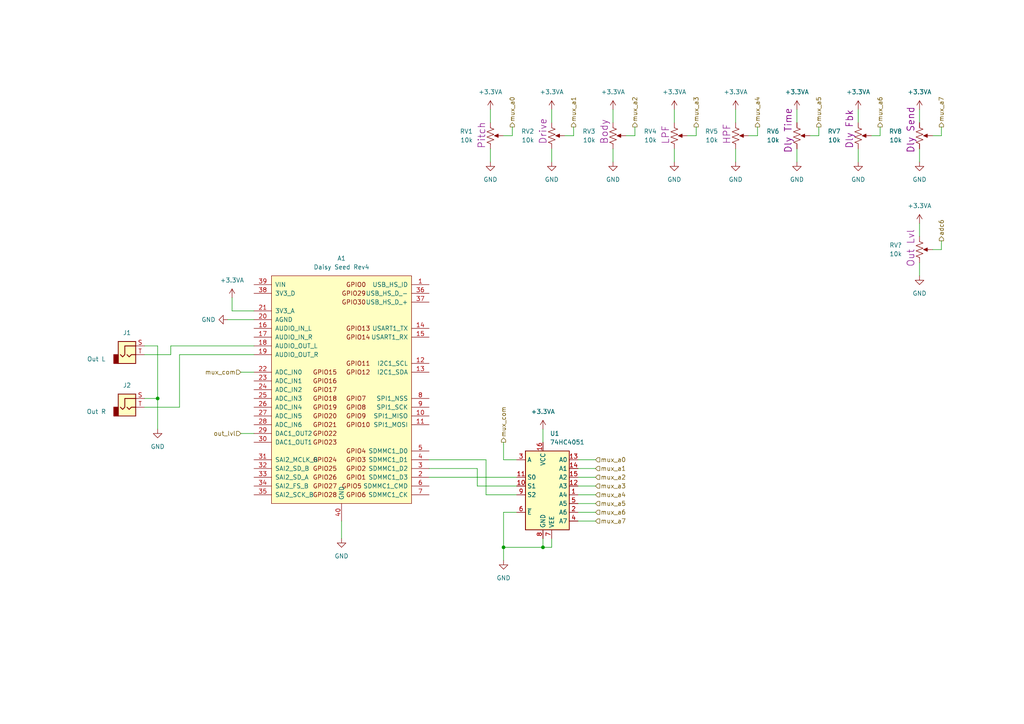
<source format=kicad_sch>
(kicad_sch (version 20211123) (generator eeschema)
  (paper "A4")
  (lib_symbols
    (symbol "74xx:74HC4051"
      (property "Reference" "U" (at -5.08 11.43 0))
      (property "Value" "74HC4051" (at -7.62 -13.97 0))
      (symbol "74HC4051_0_1"
        (rectangle (start -5.08 10.16) (end 7.62 -12.7) (stroke (width 0.254)) (fill (type background)))
      )
      (symbol "74HC4051_1_1"
        (pin passive line (at 10.16 -2.54 180) (length 2.54) (name "A4") (number "1"))
        (pin input line (at -7.62 0 0) (length 2.54) (name "S1") (number "10"))
        (pin input line (at -7.62 2.54 0) (length 2.54) (name "S0") (number "11"))
        (pin passive line (at 10.16 0 180) (length 2.54) (name "A3") (number "12"))
        (pin passive line (at 10.16 7.62 180) (length 2.54) (name "A0") (number "13"))
        (pin passive line (at 10.16 5.08 180) (length 2.54) (name "A1") (number "14"))
        (pin passive line (at 10.16 2.54 180) (length 2.54) (name "A2") (number "15"))
        (pin power_in line (at 0 12.7 270) (length 2.54) (name "VCC") (number "16"))
        (pin passive line (at 10.16 -7.62 180) (length 2.54) (name "A6") (number "2"))
        (pin passive line (at -7.62 7.62 0) (length 2.54) (name "A") (number "3"))
        (pin passive line (at 10.16 -10.16 180) (length 2.54) (name "A7") (number "4"))
        (pin passive line (at 10.16 -5.08 180) (length 2.54) (name "A5") (number "5"))
        (pin input line (at -7.62 -7.62 0) (length 2.54) (name "~{E}") (number "6"))
        (pin power_in line (at 2.54 -15.24 90) (length 2.54) (name "VEE") (number "7"))
        (pin power_in line (at 0 -15.24 90) (length 2.54) (name "GND") (number "8"))
        (pin input line (at -7.62 -2.54 0) (length 2.54) (name "S2") (number "9"))
      )
    )
    (symbol "Connector:AudioJack2"
      (property "Reference" "J" (at 0 8.89 0))
      (property "Value" "AudioJack2" (at 0 6.35 0))
      (symbol "AudioJack2_0_1"
        (rectangle (start -3.81 0) (end -2.54 -2.54) (stroke (width 0.254)) (fill (type outline)))
        (rectangle (start -2.54 3.81) (end 2.54 -2.54) (stroke (width 0.254)) (fill (type background)))
        (polyline (pts (xy 0 0) (xy 0.635 -0.635) (xy 1.27 0) (xy 2.54 0)) (stroke (width 0.254)))
        (polyline (pts (xy 2.54 2.54) (xy -0.635 2.54) (xy -0.635 0) (xy -1.27 -0.635) (xy -1.905 0)) (stroke (width 0.254)))
      )
      (symbol "AudioJack2_1_1"
        (pin passive line (at 5.08 2.54 180) (length 2.54) (name "~") (number "S"))
        (pin passive line (at 5.08 0 180) (length 2.54) (name "~") (number "T"))
      )
    )
    (symbol "Electrosmith:Daisy_Seed_ADC_Ins" (pin_names (offset 1.016))
      (property "Reference" "A" (at -20.32 34.29 0))
      (property "Value" "Daisy_Seed_ADC_Ins" (at 20.32 36.83 0))
      (symbol "Daisy_Seed_ADC_Ins_0_0"
        (text "GPIO0" (at 1.27 30.48 0) (effects (font (size 1.27 1.27)) (justify left)))
        (text "GPIO1" (at 1.27 -25.4 0) (effects (font (size 1.27 1.27)) (justify left)))
        (text "GPIO10" (at 1.27 -10.16 0) (effects (font (size 1.27 1.27)) (justify left)))
        (text "GPIO11" (at 1.27 7.62 0) (effects (font (size 1.27 1.27)) (justify left)))
        (text "GPIO12" (at 1.27 5.08 0) (effects (font (size 1.27 1.27)) (justify left)))
        (text "GPIO13" (at 1.27 17.78 0) (effects (font (size 1.27 1.27)) (justify left)))
        (text "GPIO14" (at 1.27 15.24 0) (effects (font (size 1.27 1.27)) (justify left)))
        (text "GPIO15" (at -1.27 5.08 0) (effects (font (size 1.27 1.27)) (justify right)))
        (text "GPIO16" (at -1.27 2.54 0) (effects (font (size 1.27 1.27)) (justify right)))
        (text "GPIO17" (at -1.27 0 0) (effects (font (size 1.27 1.27)) (justify right)))
        (text "GPIO18" (at -1.27 -2.54 0) (effects (font (size 1.27 1.27)) (justify right)))
        (text "GPIO19" (at -1.27 -5.08 0) (effects (font (size 1.27 1.27)) (justify right)))
        (text "GPIO2" (at 1.27 -22.86 0) (effects (font (size 1.27 1.27)) (justify left)))
        (text "GPIO20" (at -1.27 -7.62 0) (effects (font (size 1.27 1.27)) (justify right)))
        (text "GPIO21" (at -1.27 -10.16 0) (effects (font (size 1.27 1.27)) (justify right)))
        (text "GPIO22" (at -1.27 -12.7 0) (effects (font (size 1.27 1.27)) (justify right)))
        (text "GPIO23" (at -1.27 -15.24 0) (effects (font (size 1.27 1.27)) (justify right)))
        (text "GPIO24" (at -1.27 -20.32 0) (effects (font (size 1.27 1.27)) (justify right)))
        (text "GPIO25" (at -1.27 -22.86 0) (effects (font (size 1.27 1.27)) (justify right)))
        (text "GPIO26" (at -1.27 -25.4 0) (effects (font (size 1.27 1.27)) (justify right)))
        (text "GPIO27" (at -1.27 -27.94 0) (effects (font (size 1.27 1.27)) (justify right)))
        (text "GPIO28" (at -1.27 -30.48 0) (effects (font (size 1.27 1.27)) (justify right)))
        (text "GPIO29" (at 0 27.94 0) (effects (font (size 1.27 1.27)) (justify left)))
        (text "GPIO3" (at 1.27 -20.32 0) (effects (font (size 1.27 1.27)) (justify left)))
        (text "GPIO30" (at 0 25.4 0) (effects (font (size 1.27 1.27)) (justify left)))
        (text "GPIO4" (at 1.27 -17.78 0) (effects (font (size 1.27 1.27)) (justify left)))
        (text "GPIO5" (at 0 -27.94 0) (effects (font (size 1.27 1.27)) (justify left)))
        (text "GPIO6" (at 1.27 -30.48 0) (effects (font (size 1.27 1.27)) (justify left)))
        (text "GPIO7" (at 1.27 -2.54 0) (effects (font (size 1.27 1.27)) (justify left)))
        (text "GPIO8" (at 1.27 -5.08 0) (effects (font (size 1.27 1.27)) (justify left)))
        (text "GPIO9" (at 1.27 -7.62 0) (effects (font (size 1.27 1.27)) (justify left)))
        (pin bidirectional line (at 25.4 30.48 180) (length 5.08) (name "USB_HS_ID") (number "1"))
        (pin bidirectional line (at 25.4 -7.62 180) (length 5.08) (name "SPI1_MISO") (number "10"))
        (pin bidirectional line (at 25.4 -10.16 180) (length 5.08) (name "SPI1_MOSI") (number "11"))
        (pin bidirectional line (at 25.4 7.62 180) (length 5.08) (name "I2C1_SCL") (number "12"))
        (pin bidirectional line (at 25.4 5.08 180) (length 5.08) (name "I2C1_SDA") (number "13"))
        (pin bidirectional line (at 25.4 17.78 180) (length 5.08) (name "USART1_TX") (number "14"))
        (pin bidirectional line (at 25.4 15.24 180) (length 5.08) (name "USART1_RX") (number "15"))
        (pin input line (at -25.4 17.78 0) (length 5.08) (name "AUDIO_IN_L") (number "16"))
        (pin input line (at -25.4 15.24 0) (length 5.08) (name "AUDIO_IN_R") (number "17"))
        (pin output line (at -25.4 12.7 0) (length 5.08) (name "AUDIO_OUT_L") (number "18"))
        (pin output line (at -25.4 10.16 0) (length 5.08) (name "AUDIO_OUT_R") (number "19"))
        (pin bidirectional line (at 25.4 -25.4 180) (length 5.08) (name "SDMMC1_D3") (number "2"))
        (pin passive line (at -25.4 20.32 0) (length 5.08) (name "AGND") (number "20"))
        (pin power_out line (at -25.4 22.86 0) (length 5.08) (name "3V3_A") (number "21"))
        (pin bidirectional line (at -25.4 5.08 0) (length 5.08) (name "ADC_IN0") (number "22"))
        (pin bidirectional line (at -25.4 2.54 0) (length 5.08) (name "ADC_IN1") (number "23"))
        (pin bidirectional line (at -25.4 0 0) (length 5.08) (name "ADC_IN2") (number "24"))
        (pin bidirectional line (at -25.4 -2.54 0) (length 5.08) (name "ADC_IN3") (number "25"))
        (pin bidirectional line (at -25.4 -5.08 0) (length 5.08) (name "ADC_IN4") (number "26"))
        (pin bidirectional line (at -25.4 -7.62 0) (length 5.08) (name "ADC_IN5") (number "27"))
        (pin bidirectional line (at -25.4 -10.16 0) (length 5.08) (name "ADC_IN6") (number "28"))
        (pin bidirectional line (at -25.4 -12.7 0) (length 5.08) (name "DAC1_OUT2") (number "29"))
        (pin bidirectional line (at 25.4 -22.86 180) (length 5.08) (name "SDMMC1_D2") (number "3"))
        (pin bidirectional line (at -25.4 -15.24 0) (length 5.08) (name "DAC1_OUT1") (number "30"))
        (pin bidirectional line (at -25.4 -20.32 0) (length 5.08) (name "SAI2_MCLK_B") (number "31"))
        (pin bidirectional line (at -25.4 -22.86 0) (length 5.08) (name "SAI2_SD_B") (number "32"))
        (pin bidirectional line (at -25.4 -25.4 0) (length 5.08) (name "SAI2_SD_A") (number "33"))
        (pin bidirectional line (at -25.4 -27.94 0) (length 5.08) (name "SAI2_FS_B") (number "34"))
        (pin bidirectional line (at -25.4 -30.48 0) (length 5.08) (name "SAI2_SCK_B") (number "35"))
        (pin bidirectional line (at 25.4 27.94 180) (length 5.08) (name "USB_HS_D_-") (number "36"))
        (pin bidirectional line (at 25.4 25.4 180) (length 5.08) (name "USB_HS_D_+") (number "37"))
        (pin power_out line (at -25.4 27.94 0) (length 5.08) (name "3V3_D") (number "38"))
        (pin power_in line (at -25.4 30.48 0) (length 5.08) (name "VIN") (number "39"))
        (pin bidirectional line (at 25.4 -20.32 180) (length 5.08) (name "SDMMC1_D1") (number "4"))
        (pin passive line (at 0 -38.1 90) (length 5.08) (name "GND") (number "40"))
        (pin bidirectional line (at 25.4 -17.78 180) (length 5.08) (name "SDMMC1_D0") (number "5"))
        (pin bidirectional line (at 25.4 -27.94 180) (length 5.08) (name "SDMMC1_CMD") (number "6"))
        (pin bidirectional line (at 25.4 -30.48 180) (length 5.08) (name "SDMMC1_CK") (number "7"))
        (pin bidirectional line (at 25.4 -2.54 180) (length 5.08) (name "SPI1_NSS") (number "8"))
        (pin bidirectional line (at 25.4 -5.08 180) (length 5.08) (name "SPI1_SCK") (number "9"))
      )
      (symbol "Daisy_Seed_ADC_Ins_0_1"
        (rectangle (start -20.32 33.02) (end 20.32 -33.02) (fill (type background)))
      )
    )
    (symbol "R_Potentiometer_US_1" (pin_numbers hide) (pin_names (offset 1.016) hide)
      (property "Reference" "RV" (at -4.445 0 90))
      (property "Value" "R_Potentiometer_US_1" (at -2.54 0 90))
      (symbol "R_Potentiometer_US_1_0_1"
        (polyline (pts (xy 0 -2.286) (xy 0 -2.54)))
        (polyline (pts (xy 0 2.54) (xy 0 2.286)))
        (polyline (pts (xy 2.54 0) (xy 1.524 0)))
        (polyline (pts (xy 1.143 0) (xy 2.286 0.508) (xy 2.286 -0.508) (xy 1.143 0)) (fill (type outline)))
        (polyline (pts (xy 0 -0.762) (xy 1.016 -1.143) (xy 0 -1.524) (xy -1.016 -1.905) (xy 0 -2.286)))
        (polyline (pts (xy 0 0.762) (xy 1.016 0.381) (xy 0 0) (xy -1.016 -0.381) (xy 0 -0.762)))
        (polyline (pts (xy 0 2.286) (xy 1.016 1.905) (xy 0 1.524) (xy -1.016 1.143) (xy 0 0.762)))
      )
      (symbol "R_Potentiometer_US_1_1_1"
        (pin passive line (at 0 3.81 270) (length 1.27) (name "1") (number "1"))
        (pin passive line (at 3.81 0 180) (length 1.27) (name "2") (number "2"))
        (pin passive line (at 0 -3.81 90) (length 1.27) (name "3") (number "3"))
      )
    )
    (symbol "power:+3.3VA" (power) (pin_names (offset 0))
      (property "Value" "+3.3VA" (at 0 3.556 0))
      (symbol "+3.3VA_0_1"
        (polyline (pts (xy -0.762 1.27) (xy 0 2.54)))
        (polyline (pts (xy 0 0) (xy 0 2.54)))
        (polyline (pts (xy 0 2.54) (xy 0.762 1.27)))
      )
      (symbol "+3.3VA_1_1"
        (pin power_in line (at 0 0 90) (length 0) hide (name "+3.3VA") (number "1"))
      )
    )
    (symbol "power:GND" (power) (pin_names (offset 0))
      (property "Value" "GND" (at 0 -3.81 0))
      (symbol "GND_0_1"
        (polyline (pts (xy 0 0) (xy 0 -1.27) (xy 1.27 -1.27) (xy 0 -2.54) (xy -1.27 -1.27) (xy 0 -1.27)))
      )
      (symbol "GND_1_1"
        (pin power_in line (at 0 0 270) (length 0) hide (name "GND") (number "1"))
      )
    )
  )
  (junction (at 157.48 158.75))
  (junction (at 146.05 158.75))
  (junction (at 45.72 115.57))
  (wire (pts (xy 149.86 133.35) (xy 146.05 133.35)))
  (wire (pts (xy 52.07 102.87) (xy 73.66 102.87)))
  (wire (pts (xy 157.48 156.21) (xy 157.48 158.75)))
  (wire (pts (xy 252.73 39.37) (xy 255.27 39.37)))
  (wire (pts (xy 73.66 90.17) (xy 67.31 90.17)))
  (wire (pts (xy 142.24 43.18) (xy 142.24 46.99)))
  (wire (pts (xy 41.91 100.33) (xy 45.72 100.33)))
  (wire (pts (xy 160.02 156.21) (xy 160.02 158.75)))
  (wire (pts (xy 160.02 31.75) (xy 160.02 35.56)))
  (wire (pts (xy 270.51 72.39) (xy 273.05 72.39)))
  (wire (pts (xy 177.8 31.75) (xy 177.8 35.56)))
  (wire (pts (xy 160.02 43.18) (xy 160.02 46.99)))
  (wire (pts (xy 166.37 36.83) (xy 166.37 39.37)))
  (wire (pts (xy 45.72 100.33) (xy 45.72 115.57)))
  (wire (pts (xy 41.91 115.57) (xy 45.72 115.57)))
  (wire (pts (xy 273.05 39.37) (xy 273.05 36.83)))
  (wire (pts (xy 167.64 151.13) (xy 172.72 151.13)))
  (wire (pts (xy 157.48 124.46) (xy 157.48 128.27)))
  (wire (pts (xy 140.97 133.35) (xy 140.97 143.51)))
  (wire (pts (xy 52.07 102.87) (xy 52.07 118.11)))
  (wire (pts (xy 219.71 36.83) (xy 219.71 39.37)))
  (wire (pts (xy 41.91 102.87) (xy 49.53 102.87)))
  (wire (pts (xy 167.64 133.35) (xy 172.72 133.35)))
  (wire (pts (xy 67.31 86.36) (xy 67.31 90.17)))
  (wire (pts (xy 177.8 43.18) (xy 177.8 46.99)))
  (wire (pts (xy 167.64 143.51) (xy 172.72 143.51)))
  (wire (pts (xy 142.24 31.75) (xy 142.24 35.56)))
  (wire (pts (xy 148.59 36.83) (xy 148.59 39.37)))
  (wire (pts (xy 213.36 43.18) (xy 213.36 46.99)))
  (wire (pts (xy 138.43 140.97) (xy 149.86 140.97)))
  (wire (pts (xy 248.92 43.18) (xy 248.92 46.99)))
  (wire (pts (xy 237.49 36.83) (xy 237.49 39.37)))
  (wire (pts (xy 217.17 39.37) (xy 219.71 39.37)))
  (wire (pts (xy 66.04 92.71) (xy 73.66 92.71)))
  (wire (pts (xy 146.05 158.75) (xy 157.48 158.75)))
  (wire (pts (xy 146.05 128.27) (xy 146.05 133.35)))
  (wire (pts (xy 69.85 107.95) (xy 73.66 107.95)))
  (wire (pts (xy 248.92 31.75) (xy 248.92 35.56)))
  (wire (pts (xy 41.91 118.11) (xy 52.07 118.11)))
  (wire (pts (xy 45.72 115.57) (xy 45.72 124.46)))
  (wire (pts (xy 166.37 39.37) (xy 163.83 39.37)))
  (wire (pts (xy 124.46 135.89) (xy 138.43 135.89)))
  (wire (pts (xy 69.85 125.73) (xy 73.66 125.73)))
  (wire (pts (xy 201.93 39.37) (xy 201.93 36.83)))
  (wire (pts (xy 167.64 135.89) (xy 172.72 135.89)))
  (wire (pts (xy 266.7 31.75) (xy 266.7 35.56)))
  (wire (pts (xy 231.14 43.18) (xy 231.14 46.99)))
  (wire (pts (xy 157.48 158.75) (xy 160.02 158.75)))
  (wire (pts (xy 146.05 148.59) (xy 149.86 148.59)))
  (wire (pts (xy 146.05 158.75) (xy 146.05 148.59)))
  (wire (pts (xy 124.46 138.43) (xy 149.86 138.43)))
  (wire (pts (xy 270.51 39.37) (xy 273.05 39.37)))
  (wire (pts (xy 213.36 31.75) (xy 213.36 35.56)))
  (wire (pts (xy 184.15 39.37) (xy 184.15 36.83)))
  (wire (pts (xy 201.93 39.37) (xy 199.39 39.37)))
  (wire (pts (xy 266.7 64.77) (xy 266.7 68.58)))
  (wire (pts (xy 231.14 31.75) (xy 231.14 35.56)))
  (wire (pts (xy 184.15 39.37) (xy 181.61 39.37)))
  (wire (pts (xy 49.53 100.33) (xy 73.66 100.33)))
  (wire (pts (xy 273.05 72.39) (xy 273.05 69.85)))
  (wire (pts (xy 167.64 140.97) (xy 172.72 140.97)))
  (wire (pts (xy 195.58 31.75) (xy 195.58 35.56)))
  (wire (pts (xy 255.27 39.37) (xy 255.27 36.83)))
  (wire (pts (xy 99.06 151.13) (xy 99.06 156.21)))
  (wire (pts (xy 146.05 162.56) (xy 146.05 158.75)))
  (wire (pts (xy 148.59 39.37) (xy 146.05 39.37)))
  (wire (pts (xy 167.64 148.59) (xy 172.72 148.59)))
  (wire (pts (xy 140.97 143.51) (xy 149.86 143.51)))
  (wire (pts (xy 234.95 39.37) (xy 237.49 39.37)))
  (wire (pts (xy 49.53 102.87) (xy 49.53 100.33)))
  (wire (pts (xy 167.64 138.43) (xy 172.72 138.43)))
  (wire (pts (xy 266.7 76.2) (xy 266.7 80.01)))
  (wire (pts (xy 124.46 133.35) (xy 140.97 133.35)))
  (wire (pts (xy 266.7 43.18) (xy 266.7 46.99)))
  (wire (pts (xy 138.43 135.89) (xy 138.43 140.97)))
  (wire (pts (xy 195.58 43.18) (xy 195.58 46.99)))
  (wire (pts (xy 167.64 146.05) (xy 172.72 146.05)))
  (hierarchical_label "mux_a7" (shape input) (at 172.72 151.13 0))
  (hierarchical_label "adc6" (shape output) (at 273.05 69.85 90))
  (hierarchical_label "mux_a5" (shape output) (at 237.49 36.83 90))
  (hierarchical_label "mux_a6" (shape input) (at 172.72 148.59 0))
  (hierarchical_label "out_lvl" (shape input) (at 69.85 125.73 180))
  (hierarchical_label "mux_a4" (shape output) (at 219.71 36.83 90))
  (hierarchical_label "mux_a3" (shape input) (at 172.72 140.97 0))
  (hierarchical_label "mux_a4" (shape input) (at 172.72 143.51 0))
  (hierarchical_label "mux_a2" (shape output) (at 184.15 36.83 90))
  (hierarchical_label "mux_a7" (shape output) (at 273.05 36.83 90))
  (hierarchical_label "mux_a2" (shape input) (at 172.72 138.43 0))
  (hierarchical_label "mux_a0" (shape input) (at 172.72 133.35 0))
  (hierarchical_label "mux_a5" (shape input) (at 172.72 146.05 0))
  (hierarchical_label "mux_a0" (shape output) (at 148.59 36.83 90))
  (hierarchical_label "mux_a6" (shape output) (at 255.27 36.83 90))
  (hierarchical_label "mux_com" (shape output) (at 146.05 128.27 90))
  (hierarchical_label "mux_a1" (shape input) (at 172.72 135.89 0))
  (hierarchical_label "mux_a1" (shape output) (at 166.37 36.83 90))
  (hierarchical_label "mux_a3" (shape output) (at 201.93 36.83 90))
  (hierarchical_label "mux_com" (shape input) (at 69.85 107.95 180))
  (symbol (lib_id "Electrosmith:Daisy_Seed_ADC_Ins") (at 99.06 113.03 0) (unit 1)
    (property "Reference" "A1" (at 99.06 74.93 0))
    (property "Value" "Daisy Seed Rev4" (at 99.06 77.47 0))
    (property "Footprint" "daisy-seed:Device_Audio_Electrosmith_Daisy_Seed" (effects hide))
    (property "Datasheet" "https://github.com/electro-smith/DaisyWiki/wiki" (effects hide))
  )
  (symbol (lib_id "power:GND") (at 45.72 124.46 0) (unit 1)
    (property "Reference" "#PWR01" (effects hide))
    (property "Value" "GND" (at 45.72 129.54 0))
  )
  (symbol (lib_name "R_Potentiometer_US_1") (lib_id "Device:R_Potentiometer_US") (at 142.24 39.37 0) (unit 1)
    (property "Reference" "RV1" (at 137.16 38.1 0) (effects (justify right)))
    (property "Value" "10k" (at 137.16 40.64 0) (effects (justify right)))
    (property "Param" "Pitch" (at 139.7 43.18 90) (effects (font (size 2 2)) (justify left)))
  )
  (symbol (lib_id "power:GND") (at 231.14 46.99 0) (unit 1)
    (property "Reference" "#PWR018" (effects hide))
    (property "Value" "GND" (at 231.14 52.07 0))
  )
  (symbol (lib_id "power:GND") (at 146.05 162.56 0) (unit 1)
    (property "Reference" "#PWR07" (effects hide))
    (property "Value" "GND" (at 146.05 167.64 0))
  )
  (symbol (lib_id "power:GND") (at 66.04 92.71 270) (unit 1)
    (property "Reference" "#PWR03" (effects hide))
    (property "Value" "GND" (at 58.42 92.71 90) (effects (justify left)))
  )
  (symbol (lib_name "R_Potentiometer_US_1") (lib_id "Device:R_Potentiometer_US") (at 177.8 39.37 0) (unit 1)
    (property "Reference" "RV3" (at 172.72 38.1 0) (effects (justify right)))
    (property "Value" "10k" (at 172.72 40.64 0) (effects (justify right)))
    (property "Param" "Body" (at 175.26 41.91 90) (effects (font (size 2 2)) (justify left)))
  )
  (symbol (lib_id "power:+3.3VA") (at 266.7 31.75 0) (unit 1)
    (property "Reference" "#PWR021" (effects hide))
    (property "Value" "+3.3VA" (at 266.7 26.67 0))
  )
  (symbol (lib_id "power:+3.3VA") (at 157.48 124.46 0) (unit 1)
    (property "Reference" "#PWR08" (effects hide))
    (property "Value" "+3.3VA" (at 157.48 119.38 0))
  )
  (symbol (lib_id "power:GND") (at 177.8 46.99 0) (unit 1)
    (property "Reference" "#PWR012" (effects hide))
    (property "Value" "GND" (at 177.8 52.07 0))
  )
  (symbol (lib_id "power:+3.3VA") (at 142.24 31.75 0) (unit 1)
    (property "Reference" "#PWR05" (effects hide))
    (property "Value" "+3.3VA" (at 142.24 26.67 0))
  )
  (symbol (lib_name "R_Potentiometer_US_1") (lib_id "Device:R_Potentiometer_US") (at 266.7 72.39 0) (unit 1)
    (property "Reference" "RV?" (at 261.62 71.12 0) (effects (justify right)))
    (property "Value" "10k" (at 261.62 73.66 0) (effects (justify right)))
    (property "Param" "Out Lvl" (at 264.16 77.47 90) (effects (font (size 2 2)) (justify left)))
  )
  (symbol (lib_name "R_Potentiometer_US_1") (lib_id "Device:R_Potentiometer_US") (at 248.92 39.37 0) (unit 1)
    (property "Reference" "RV7" (at 243.84 38.1 0) (effects (justify right)))
    (property "Value" "10k" (at 243.84 40.64 0) (effects (justify right)))
    (property "Param" "Dly Fbk" (at 246.38 43.18 90) (effects (font (size 2 2)) (justify left)))
  )
  (symbol (lib_id "power:+3.3VA") (at 177.8 31.75 0) (unit 1)
    (property "Reference" "#PWR011" (effects hide))
    (property "Value" "+3.3VA" (at 177.8 26.67 0))
  )
  (symbol (lib_id "power:+3.3VA") (at 248.92 31.75 0) (unit 1)
    (property "Reference" "#PWR019" (effects hide))
    (property "Value" "+3.3VA" (at 248.92 26.67 0))
  )
  (symbol (lib_name "R_Potentiometer_US_1") (lib_id "Device:R_Potentiometer_US") (at 213.36 39.37 0) (unit 1)
    (property "Reference" "RV5" (at 208.28 38.1 0) (effects (justify right)))
    (property "Value" "10k" (at 208.28 40.64 0) (effects (justify right)))
    (property "Param" "HPF" (at 210.82 41.91 90) (effects (font (size 2 2)) (justify left)))
  )
  (symbol (lib_name "R_Potentiometer_US_1") (lib_id "Device:R_Potentiometer_US") (at 195.58 39.37 0) (unit 1)
    (property "Reference" "RV4" (at 190.5 38.1 0) (effects (justify right)))
    (property "Value" "10k" (at 190.5 40.64 0) (effects (justify right)))
    (property "Param" "LPF" (at 193.04 41.91 90) (effects (font (size 2 2)) (justify left)))
  )
  (symbol (lib_id "power:GND") (at 248.92 46.99 0) (unit 1)
    (property "Reference" "#PWR020" (effects hide))
    (property "Value" "GND" (at 248.92 52.07 0))
  )
  (symbol (lib_id "power:+3.3VA") (at 231.14 31.75 0) (unit 1)
    (property "Reference" "#PWR017" (effects hide))
    (property "Value" "+3.3VA" (at 231.14 26.67 0))
  )
  (symbol (lib_id "power:+3.3VA") (at 195.58 31.75 0) (unit 1)
    (property "Reference" "#PWR013" (effects hide))
    (property "Value" "+3.3VA" (at 195.58 26.67 0))
  )
  (symbol (lib_id "Connector:AudioJack2") (at 36.83 102.87 0) (unit 1)
    (property "Reference" "J1" (at 36.83 96.52 0))
    (property "Value" "Out L" (at 27.94 104.14 0))
  )
  (symbol (lib_name "R_Potentiometer_US_1") (lib_id "Device:R_Potentiometer_US") (at 266.7 39.37 0) (unit 1)
    (property "Reference" "RV8" (at 261.62 38.1 0) (effects (justify right)))
    (property "Value" "10k" (at 261.62 40.64 0) (effects (justify right)))
    (property "Param" "Dly Send" (at 264.16 44.45 90) (effects (font (size 2 2)) (justify left)))
  )
  (symbol (lib_id "power:+3.3VA") (at 160.02 31.75 0) (unit 1)
    (property "Reference" "#PWR09" (effects hide))
    (property "Value" "+3.3VA" (at 160.02 26.67 0))
  )
  (symbol (lib_id "power:GND") (at 195.58 46.99 0) (unit 1)
    (property "Reference" "#PWR014" (effects hide))
    (property "Value" "GND" (at 195.58 52.07 0))
  )
  (symbol (lib_id "power:GND") (at 266.7 46.99 0) (unit 1)
    (property "Reference" "#PWR022" (effects hide))
    (property "Value" "GND" (at 266.7 52.07 0))
  )
  (symbol (lib_name "R_Potentiometer_US_1") (lib_id "Device:R_Potentiometer_US") (at 231.14 39.37 0) (unit 1)
    (property "Reference" "RV6" (at 226.06 38.1 0) (effects (justify right)))
    (property "Value" "10k" (at 226.06 40.64 0) (effects (justify right)))
    (property "Param" "Dly Time" (at 228.6 44.45 90) (effects (font (size 2 2)) (justify left)))
  )
  (symbol (lib_id "74xx:74HC4051") (at 157.48 140.97 0) (unit 1)
    (property "Reference" "U1" (at 159.4994 125.73 0) (effects (justify left)))
    (property "Value" "74HC4051" (at 159.4994 128.27 0) (effects (justify left)))
    (property "Datasheet" "http://www.ti.com/lit/ds/symlink/cd74hc4051.pdf" (effects hide))
  )
  (symbol (lib_name "R_Potentiometer_US_1") (lib_id "Device:R_Potentiometer_US") (at 160.02 39.37 0) (unit 1)
    (property "Reference" "RV2" (at 154.94 38.1 0) (effects (justify right)))
    (property "Value" "10k" (at 154.94 40.64 0) (effects (justify right)))
    (property "Param" "Drive" (at 157.48 41.91 90) (effects (font (size 2 2)) (justify left)))
  )
  (symbol (lib_id "power:GND") (at 266.7 80.01 0) (unit 1)
    (property "Reference" "#PWR?" (effects hide))
    (property "Value" "GND" (at 266.7 85.09 0))
  )
  (symbol (lib_id "power:GND") (at 213.36 46.99 0) (unit 1)
    (property "Reference" "#PWR016" (effects hide))
    (property "Value" "GND" (at 213.36 52.07 0))
  )
  (symbol (lib_id "power:+3.3VA") (at 67.31 86.36 0) (unit 1)
    (property "Reference" "#PWR02" (effects hide))
    (property "Value" "+3.3VA" (at 67.31 81.28 0))
  )
  (symbol (lib_id "Connector:AudioJack2") (at 36.83 118.11 0) (unit 1)
    (property "Reference" "J2" (at 36.83 111.76 0))
    (property "Value" "Out R" (at 27.94 119.38 0))
  )
  (symbol (lib_id "power:GND") (at 160.02 46.99 0) (unit 1)
    (property "Reference" "#PWR010" (effects hide))
    (property "Value" "GND" (at 160.02 52.07 0))
  )
  (symbol (lib_id "power:GND") (at 99.06 156.21 0) (unit 1)
    (property "Reference" "#PWR04" (effects hide))
    (property "Value" "GND" (at 99.06 161.29 0))
  )
  (symbol (lib_id "power:GND") (at 142.24 46.99 0) (unit 1)
    (property "Reference" "#PWR06" (effects hide))
    (property "Value" "GND" (at 142.24 52.07 0))
  )
  (symbol (lib_id "power:+3.3VA") (at 266.7 64.77 0) (unit 1)
    (property "Reference" "#PWR?" (effects hide))
    (property "Value" "+3.3VA" (at 266.7 59.69 0))
  )
  (symbol (lib_id "power:+3.3VA") (at 213.36 31.75 0) (unit 1)
    (property "Reference" "#PWR015" (effects hide))
    (property "Value" "+3.3VA" (at 213.36 26.67 0))
  )
)
</source>
